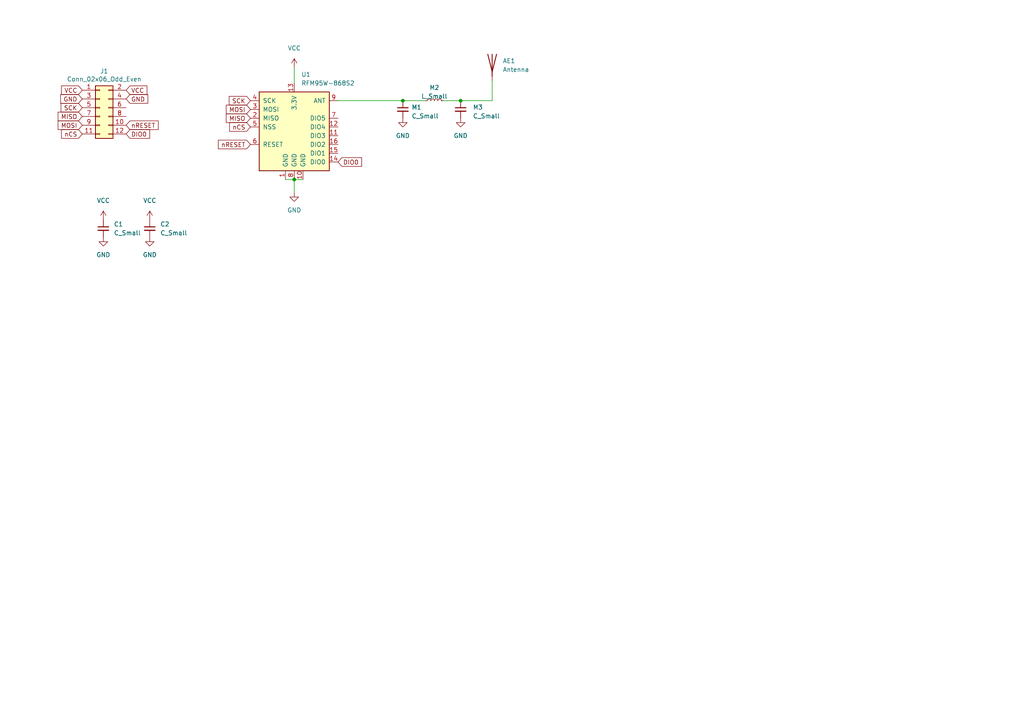
<source format=kicad_sch>
(kicad_sch (version 20230121) (generator eeschema)
  (paper "A4")
  (lib_symbols
    (symbol "Connector_Generic:Conn_02x06_Odd_Even" (pin_names (offset 1.016) hide)
      (property "Reference" "J" (at 1.27 7.62 0))
      (property "Value" "Conn_02x06_Odd_Even" (at 1.27 -10.16 0))
      (symbol "Conn_02x06_Odd_Even_1_1"
        (rectangle (start -1.27 -7.493) (end 0 -7.747) (stroke (width 0.1524)))
        (rectangle (start -1.27 -4.953) (end 0 -5.207) (stroke (width 0.1524)))
        (rectangle (start -1.27 -2.413) (end 0 -2.667) (stroke (width 0.1524)))
        (rectangle (start -1.27 0.127) (end 0 -0.127) (stroke (width 0.1524)))
        (rectangle (start -1.27 2.667) (end 0 2.413) (stroke (width 0.1524)))
        (rectangle (start -1.27 5.207) (end 0 4.953) (stroke (width 0.1524)))
        (rectangle (start -1.27 6.35) (end 3.81 -8.89) (stroke (width 0.254)) (fill (type background)))
        (rectangle (start 3.81 -7.493) (end 2.54 -7.747) (stroke (width 0.1524)))
        (rectangle (start 3.81 -4.953) (end 2.54 -5.207) (stroke (width 0.1524)))
        (rectangle (start 3.81 -2.413) (end 2.54 -2.667) (stroke (width 0.1524)))
        (rectangle (start 3.81 0.127) (end 2.54 -0.127) (stroke (width 0.1524)))
        (rectangle (start 3.81 2.667) (end 2.54 2.413) (stroke (width 0.1524)))
        (rectangle (start 3.81 5.207) (end 2.54 4.953) (stroke (width 0.1524)))
        (pin passive line (at -5.08 5.08 0) (length 3.81) (name "Pin_1") (number "1"))
        (pin passive line (at 7.62 -5.08 180) (length 3.81) (name "Pin_10") (number "10"))
        (pin passive line (at -5.08 -7.62 0) (length 3.81) (name "Pin_11") (number "11"))
        (pin passive line (at 7.62 -7.62 180) (length 3.81) (name "Pin_12") (number "12"))
        (pin passive line (at 7.62 5.08 180) (length 3.81) (name "Pin_2") (number "2"))
        (pin passive line (at -5.08 2.54 0) (length 3.81) (name "Pin_3") (number "3"))
        (pin passive line (at 7.62 2.54 180) (length 3.81) (name "Pin_4") (number "4"))
        (pin passive line (at -5.08 0 0) (length 3.81) (name "Pin_5") (number "5"))
        (pin passive line (at 7.62 0 180) (length 3.81) (name "Pin_6") (number "6"))
        (pin passive line (at -5.08 -2.54 0) (length 3.81) (name "Pin_7") (number "7"))
        (pin passive line (at 7.62 -2.54 180) (length 3.81) (name "Pin_8") (number "8"))
        (pin passive line (at -5.08 -5.08 0) (length 3.81) (name "Pin_9") (number "9"))
      )
    )
    (symbol "Device:Antenna" (pin_numbers hide) (pin_names (offset 1.016) hide)
      (property "Reference" "AE" (at -1.905 1.905 0))
      (property "Value" "Antenna" (at -1.905 0 0))
      (symbol "Antenna_0_1"
        (polyline (pts (xy 0 2.54) (xy 0 -3.81)) (stroke (width 0.254)))
        (polyline (pts (xy 1.27 2.54) (xy 0 -2.54) (xy -1.27 2.54)) (stroke (width 0.254)))
      )
      (symbol "Antenna_1_1"
        (pin input line (at 0 -5.08 90) (length 2.54) (name "A") (number "1"))
      )
    )
    (symbol "Device:C_Small" (pin_numbers hide) (pin_names (offset 0.254) hide)
      (property "Reference" "C" (at 0.254 1.778 0))
      (property "Value" "C_Small" (at 0.254 -2.032 0))
      (symbol "C_Small_0_1"
        (polyline (pts (xy -1.524 -0.508) (xy 1.524 -0.508)) (stroke (width 0.3302)))
        (polyline (pts (xy -1.524 0.508) (xy 1.524 0.508)) (stroke (width 0.3048)))
      )
      (symbol "C_Small_1_1"
        (pin passive line (at 0 2.54 270) (length 2.032) (name "~") (number "1"))
        (pin passive line (at 0 -2.54 90) (length 2.032) (name "~") (number "2"))
      )
    )
    (symbol "Device:L_Small" (pin_numbers hide) (pin_names (offset 0.254) hide)
      (property "Reference" "L" (at 0.762 1.016 0))
      (property "Value" "L_Small" (at 0.762 -1.016 0))
      (symbol "L_Small_0_1"
        (arc (start 0 -2.032) (mid 0.5058 -1.524) (end 0 -1.016))
        (arc (start 0 -1.016) (mid 0.5058 -0.508) (end 0 0))
        (arc (start 0 0) (mid 0.5058 0.508) (end 0 1.016))
        (arc (start 0 1.016) (mid 0.5058 1.524) (end 0 2.032))
      )
      (symbol "L_Small_1_1"
        (pin passive line (at 0 2.54 270) (length 0.508) (name "~") (number "1"))
        (pin passive line (at 0 -2.54 90) (length 0.508) (name "~") (number "2"))
      )
    )
    (symbol "RF_Module:RFM95W-868S2" (pin_names (offset 1.016))
      (property "Reference" "U" (at -10.414 11.684 0))
      (property "Value" "RFM95W-868S2" (at 1.524 11.43 0))
      (symbol "RFM95W-868S2_0_1"
        (rectangle (start -10.16 10.16) (end 10.16 -12.7) (stroke (width 0.254)) (fill (type background)))
      )
      (symbol "RFM95W-868S2_1_1"
        (pin power_in line (at -2.54 -15.24 90) (length 2.54) (name "GND") (number "1"))
        (pin power_in line (at 2.54 -15.24 90) (length 2.54) (name "GND") (number "10"))
        (pin bidirectional line (at 12.7 -2.54 180) (length 2.54) (name "DIO3") (number "11"))
        (pin bidirectional line (at 12.7 0 180) (length 2.54) (name "DIO4") (number "12"))
        (pin power_in line (at 0 12.7 270) (length 2.54) (name "3.3V") (number "13"))
        (pin bidirectional line (at 12.7 -10.16 180) (length 2.54) (name "DIO0") (number "14"))
        (pin bidirectional line (at 12.7 -7.62 180) (length 2.54) (name "DIO1") (number "15"))
        (pin bidirectional line (at 12.7 -5.08 180) (length 2.54) (name "DIO2") (number "16"))
        (pin output line (at -12.7 2.54 0) (length 2.54) (name "MISO") (number "2"))
        (pin input line (at -12.7 5.08 0) (length 2.54) (name "MOSI") (number "3"))
        (pin input line (at -12.7 7.62 0) (length 2.54) (name "SCK") (number "4"))
        (pin input line (at -12.7 0 0) (length 2.54) (name "NSS") (number "5"))
        (pin bidirectional line (at -12.7 -5.08 0) (length 2.54) (name "RESET") (number "6"))
        (pin bidirectional line (at 12.7 2.54 180) (length 2.54) (name "DIO5") (number "7"))
        (pin power_in line (at 0 -15.24 90) (length 2.54) (name "GND") (number "8"))
        (pin bidirectional line (at 12.7 7.62 180) (length 2.54) (name "ANT") (number "9"))
      )
    )
    (symbol "power:GND" (power) (pin_names (offset 0))
      (property "Value" "GND" (at 0 -3.81 0))
      (symbol "GND_0_1"
        (polyline (pts (xy 0 0) (xy 0 -1.27) (xy 1.27 -1.27) (xy 0 -2.54) (xy -1.27 -1.27) (xy 0 -1.27)))
      )
      (symbol "GND_1_1"
        (pin power_in line (at 0 0 270) (length 0) hide (name "GND") (number "1"))
      )
    )
    (symbol "power:VCC" (power) (pin_names (offset 0))
      (property "Value" "VCC" (at 0 3.81 0))
      (symbol "VCC_0_1"
        (polyline (pts (xy -0.762 1.27) (xy 0 2.54)))
        (polyline (pts (xy 0 0) (xy 0 2.54)))
        (polyline (pts (xy 0 2.54) (xy 0.762 1.27)))
      )
      (symbol "VCC_1_1"
        (pin power_in line (at 0 0 90) (length 0) hide (name "VCC") (number "1"))
      )
    )
  )
  (junction (at 85.344 52.07))
  (junction (at 116.84 29.21))
  (junction (at 133.604 29.21))
  (wire (pts (xy 123.444 29.21) (xy 116.84 29.21)))
  (wire (pts (xy 82.804 52.07) (xy 85.344 52.07)))
  (wire (pts (xy 128.524 29.21) (xy 133.604 29.21)))
  (wire (pts (xy 133.604 29.21) (xy 142.748 29.21)))
  (wire (pts (xy 98.044 29.21) (xy 116.84 29.21)))
  (wire (pts (xy 85.344 19.558) (xy 85.344 24.13)))
  (wire (pts (xy 85.344 52.07) (xy 85.344 55.88)))
  (wire (pts (xy 87.884 52.07) (xy 85.344 52.07)))
  (wire (pts (xy 142.748 29.21) (xy 142.748 23.368)))
  (global_label "nRESET" (shape input) (at 72.644 41.91 180) (property "Intersheetrefs" "${INTERSHEET_REFS}" (effects hide)) (property "Intersheet-verwijzingen" "${INTERSHEET_REFS}" (effects hide)))
  (global_label "MISO" (shape input) (at 23.876 33.782 180) (property "Intersheetrefs" "${INTERSHEET_REFS}" (effects hide)) (property "Intersheet-verwijzingen" "${INTERSHEET_REFS}" (effects hide)))
  (global_label "GND" (shape input) (at 36.576 28.702 0) (property "Intersheetrefs" "${INTERSHEET_REFS}" (effects hide)) (property "Intersheet-verwijzingen" "${INTERSHEET_REFS}" (effects hide)))
  (global_label "VCC" (shape input) (at 23.876 26.162 180) (property "Intersheetrefs" "${INTERSHEET_REFS}" (effects hide)) (property "Intersheet-verwijzingen" "${INTERSHEET_REFS}" (effects hide)))
  (global_label "nCS" (shape input) (at 72.644 36.83 180) (property "Intersheetrefs" "${INTERSHEET_REFS}" (effects hide)) (property "Intersheet-verwijzingen" "${INTERSHEET_REFS}" (effects hide)))
  (global_label "GND" (shape input) (at 23.876 28.702 180) (property "Intersheetrefs" "${INTERSHEET_REFS}" (effects hide)) (property "Intersheet-verwijzingen" "${INTERSHEET_REFS}" (effects hide)))
  (global_label "SCK" (shape input) (at 23.876 31.242 180) (property "Intersheetrefs" "${INTERSHEET_REFS}" (effects hide)) (property "Intersheet-verwijzingen" "${INTERSHEET_REFS}" (effects hide)))
  (global_label "nCS" (shape input) (at 23.876 38.862 180) (property "Intersheetrefs" "${INTERSHEET_REFS}" (effects hide)) (property "Intersheet-verwijzingen" "${INTERSHEET_REFS}" (effects hide)))
  (global_label "VCC" (shape input) (at 36.576 26.162 0) (property "Intersheetrefs" "${INTERSHEET_REFS}" (effects hide)) (property "Intersheet-verwijzingen" "${INTERSHEET_REFS}" (effects hide)))
  (global_label "DIO0" (shape input) (at 98.044 46.99 0) (property "Intersheetrefs" "${INTERSHEET_REFS}" (effects hide)) (property "Intersheet-verwijzingen" "${INTERSHEET_REFS}" (effects hide)))
  (global_label "DIO0" (shape input) (at 36.576 38.862 0) (property "Intersheetrefs" "${INTERSHEET_REFS}" (effects hide)) (property "Intersheet-verwijzingen" "${INTERSHEET_REFS}" (effects hide)))
  (global_label "MISO" (shape input) (at 72.644 34.29 180) (property "Intersheetrefs" "${INTERSHEET_REFS}" (effects hide)) (property "Intersheet-verwijzingen" "${INTERSHEET_REFS}" (effects hide)))
  (global_label "MOSI" (shape input) (at 72.644 31.75 180) (property "Intersheetrefs" "${INTERSHEET_REFS}" (effects hide)) (property "Intersheet-verwijzingen" "${INTERSHEET_REFS}" (effects hide)))
  (global_label "nRESET" (shape input) (at 36.576 36.322 0) (property "Intersheetrefs" "${INTERSHEET_REFS}" (effects hide)) (property "Intersheet-verwijzingen" "${INTERSHEET_REFS}" (effects hide)))
  (global_label "SCK" (shape input) (at 72.644 29.21 180) (property "Intersheetrefs" "${INTERSHEET_REFS}" (effects hide)) (property "Intersheet-verwijzingen" "${INTERSHEET_REFS}" (effects hide)))
  (global_label "MOSI" (shape input) (at 23.876 36.322 180) (property "Intersheetrefs" "${INTERSHEET_REFS}" (effects hide)) (property "Intersheet-verwijzingen" "${INTERSHEET_REFS}" (effects hide)))
  (symbol (lib_id "Connector_Generic:Conn_02x06_Odd_Even") (at 28.956 31.242 0) (unit 1)
    (property "Reference" "J1" (at 30.226 20.6502 0))
    (property "Value" "Conn_02x06_Odd_Even" (at 30.226 22.9616 0))
    (property "Footprint" "Connector_PinHeader_2.54mm:PinHeader_2x06_P2.54mm_Horizontal" (effects hide))
  )
  (symbol (lib_id "Device:Antenna") (at 142.748 18.288 0) (unit 1)
    (property "Reference" "AE1" (at 145.796 17.6529 0) (effects (justify left)))
    (property "Value" "Antenna" (at 145.796 20.1929 0) (effects (justify left)))
    (property "Footprint" "RF_Antenna:Texas_SWRA416_868MHz_915MHz" (effects hide))
  )
  (symbol (lib_id "power:GND") (at 43.434 68.834 0) (unit 1)
    (property "Reference" "#PWR04" (effects hide))
    (property "Value" "GND" (at 43.434 73.914 0))
  )
  (symbol (lib_id "power:GND") (at 29.972 68.834 0) (unit 1)
    (property "Reference" "#PWR02" (effects hide))
    (property "Value" "GND" (at 29.972 73.914 0))
  )
  (symbol (lib_id "Device:C_Small") (at 133.604 31.75 0) (unit 1)
    (property "Reference" "M3" (at 137.16 31.1213 0) (effects (justify left)))
    (property "Value" "C_Small" (at 137.16 33.6613 0) (effects (justify left)))
    (property "Footprint" "Capacitor_SMD:C_0603_1608Metric_Pad1.08x0.95mm_HandSolder" (effects hide))
  )
  (symbol (lib_id "Device:L_Small") (at 125.984 29.21 90) (unit 1)
    (property "Reference" "M2" (at 125.984 25.4 90))
    (property "Value" "L_Small" (at 125.984 27.94 90))
    (property "Footprint" "Inductor_SMD:L_0603_1608Metric_Pad1.05x0.95mm_HandSolder" (effects hide))
  )
  (symbol (lib_id "power:GND") (at 85.344 55.88 0) (unit 1)
    (property "Reference" "#PWR06" (effects hide))
    (property "Value" "GND" (at 85.344 60.96 0))
  )
  (symbol (lib_id "power:GND") (at 116.84 34.29 0) (unit 1)
    (property "Reference" "#PWR08" (effects hide))
    (property "Value" "GND" (at 116.84 39.37 0))
  )
  (symbol (lib_id "Device:C_Small") (at 29.972 66.294 0) (unit 1)
    (property "Reference" "C1" (at 33.02 65.0302 0) (effects (justify left)))
    (property "Value" "C_Small" (at 33.02 67.5702 0) (effects (justify left)))
    (property "Footprint" "Capacitor_SMD:C_0805_2012Metric_Pad1.18x1.45mm_HandSolder" (effects hide))
  )
  (symbol (lib_id "power:VCC") (at 85.344 19.558 0) (unit 1)
    (property "Reference" "#PWR05" (effects hide))
    (property "Value" "VCC" (at 85.344 13.97 0))
  )
  (symbol (lib_id "RF_Module:RFM95W-868S2") (at 85.344 36.83 0) (unit 1)
    (property "Reference" "U1" (at 87.3634 21.59 0) (effects (justify left)))
    (property "Value" "RFM95W-868S2" (at 87.3634 24.13 0) (effects (justify left)))
    (property "Footprint" "RF_Module:HOPERF_RFM9XW_SMD" (effects hide))
    (property "Datasheet" "https://www.hoperf.com/data/upload/portal/20181127/5bfcbea20e9ef.pdf" (effects hide))
  )
  (symbol (lib_id "power:GND") (at 133.604 34.29 0) (unit 1)
    (property "Reference" "#PWR09" (effects hide))
    (property "Value" "GND" (at 133.604 39.37 0))
  )
  (symbol (lib_id "Device:C_Small") (at 116.84 31.75 0) (unit 1)
    (property "Reference" "M1" (at 119.38 31.1213 0) (effects (justify left)))
    (property "Value" "C_Small" (at 119.38 33.6613 0) (effects (justify left)))
    (property "Footprint" "Capacitor_SMD:C_0603_1608Metric_Pad1.08x0.95mm_HandSolder" (effects hide))
  )
  (symbol (lib_id "power:VCC") (at 43.434 63.754 0) (unit 1)
    (property "Reference" "#PWR03" (effects hide))
    (property "Value" "VCC" (at 43.434 58.166 0))
  )
  (symbol (lib_id "power:VCC") (at 29.972 63.754 0) (unit 1)
    (property "Reference" "#PWR01" (effects hide))
    (property "Value" "VCC" (at 29.972 58.166 0))
  )
  (symbol (lib_id "Device:C_Small") (at 43.434 66.294 0) (unit 1)
    (property "Reference" "C2" (at 46.482 65.0302 0) (effects (justify left)))
    (property "Value" "C_Small" (at 46.482 67.5702 0) (effects (justify left)))
    (property "Footprint" "Capacitor_SMD:C_0805_2012Metric_Pad1.18x1.45mm_HandSolder" (effects hide))
  )
)
</source>
